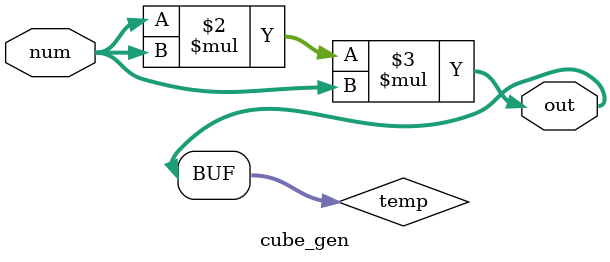
<source format=v>
`timescale 1ns / 1ps


module cube_gen(num,out);

        parameter n = 4;
        input [n-1:0] num;
        output reg [2*n-1:0] out; 
        
        reg [2*n-1:0] temp;
        
        always@(*)
        begin
            temp = num * num * num;
            out = temp;
        end
endmodule


</source>
